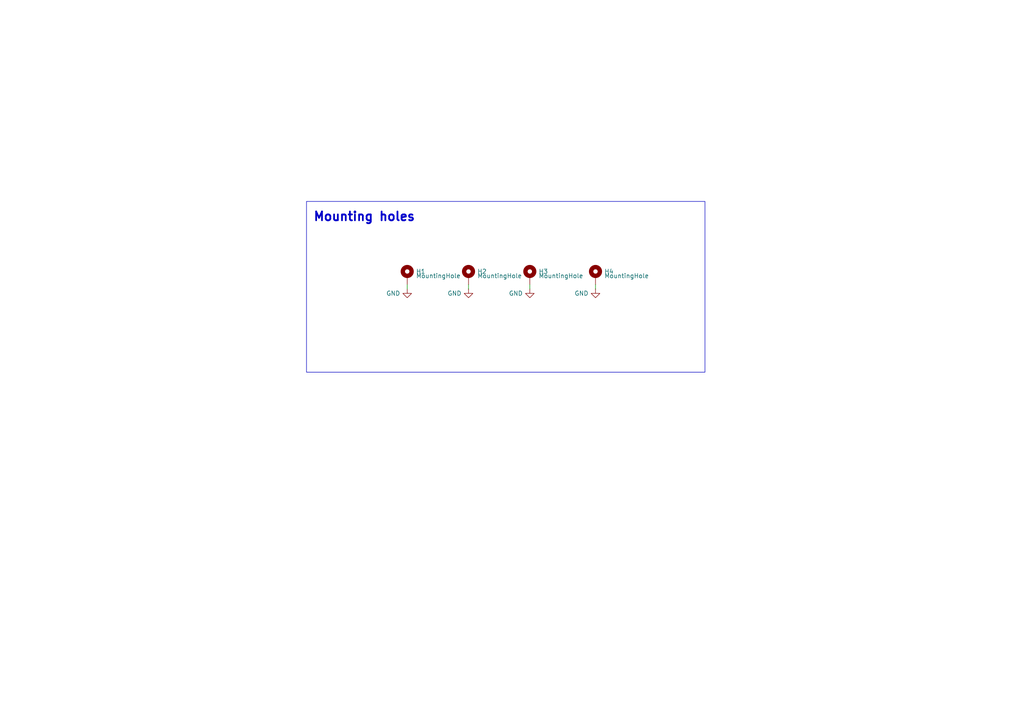
<source format=kicad_sch>
(kicad_sch (version 20231120) (generator "eeschema") (generator_version "8.0")
  (paper "A4")
  (lib_symbols
    (symbol "Mechanical:MountingHole_Pad" (pin_numbers hide) (pin_names (offset 1.016) hide) (exclude_from_sim yes) (in_bom no)
      (property "Reference" "H" (at 0 6.35 0))
      (property "Value" "MountingHole_Pad" (at 0 4.445 0))
      (symbol "MountingHole_Pad_0_1"
        (circle (center 0 1.27) (radius 1.27) (stroke (width 1.27)))
      )
      (symbol "MountingHole_Pad_1_1"
        (pin input line (at 0 -2.54 90) (length 2.54) (name "1") (number "1"))
      )
    )
    (symbol "power:GND" (power) (pin_numbers hide) (pin_names (offset 0) hide)
      (property "Value" "GND" (at 0 -3.81 0))
      (symbol "GND_0_1"
        (polyline (pts (xy 0 0) (xy 0 -1.27) (xy 1.27 -1.27) (xy 0 -2.54) (xy -1.27 -1.27) (xy 0 -1.27)))
      )
      (symbol "GND_1_1"
        (pin power_in line (at 0 0 270) (length 0) (name "~") (number "1"))
      )
    )
  )
  (wire (pts (xy 135.89 82.55) (xy 135.89 83.82)))
  (wire (pts (xy 172.72 82.55) (xy 172.72 83.82)))
  (wire (pts (xy 153.67 82.55) (xy 153.67 83.82)))
  (wire (pts (xy 118.11 82.55) (xy 118.11 83.82)))
  (rectangle (start 88.9 58.42) (end 204.47 107.95))
  (text "Mounting holes" (at 105.664 62.992 0) (effects (font (size 2.54 2.54) (thickness 0.508) (bold yes))))
  (symbol (lib_id "Mechanical:MountingHole_Pad") (at 172.72 80.01 0) (unit 1) (in_bom no)
    (property "Reference" "H4" (at 175.26 78.74 0) (effects (justify left)))
    (property "Value" "MountingHole" (at 175.26 80.01 0) (effects (justify left)))
    (property "Footprint" "MountingHole:MountingHole_2.7mm_M2.5_DIN965_Pad" (effects (hide yes)))
    (property "Description" "Mounting Hole with connection" (effects (hide yes)))
    (property "DNP" "1" (effects (hide yes)))
  )
  (symbol (lib_id "power:GND") (at 153.67 83.82 0) (unit 1)
    (property "Reference" "#PWR08" (effects (hide yes)))
    (property "Value" "GND" (at 149.606 85.09 0))
    (property "Description" "Power symbol creates a global label with name \"GND\" , ground" (effects (hide yes)))
  )
  (symbol (lib_id "power:GND") (at 135.89 83.82 0) (unit 1)
    (property "Reference" "#PWR07" (effects (hide yes)))
    (property "Value" "GND" (at 131.826 85.09 0))
    (property "Description" "Power symbol creates a global label with name \"GND\" , ground" (effects (hide yes)))
  )
  (symbol (lib_id "power:GND") (at 118.11 83.82 0) (unit 1)
    (property "Reference" "#PWR05" (effects (hide yes)))
    (property "Value" "GND" (at 114.046 85.09 0))
    (property "Description" "Power symbol creates a global label with name \"GND\" , ground" (effects (hide yes)))
  )
  (symbol (lib_id "Mechanical:MountingHole_Pad") (at 153.67 80.01 0) (unit 1) (in_bom no)
    (property "Reference" "H3" (at 156.21 78.74 0) (effects (justify left)))
    (property "Value" "MountingHole" (at 156.21 80.01 0) (effects (justify left)))
    (property "Footprint" "MountingHole:MountingHole_2.7mm_M2.5_DIN965_Pad" (effects (hide yes)))
    (property "Description" "Mounting Hole with connection" (effects (hide yes)))
    (property "DNP" "1" (effects (hide yes)))
  )
  (symbol (lib_id "power:GND") (at 172.72 83.82 0) (unit 1)
    (property "Reference" "#PWR013" (effects (hide yes)))
    (property "Value" "GND" (at 168.656 85.09 0))
    (property "Description" "Power symbol creates a global label with name \"GND\" , ground" (effects (hide yes)))
  )
  (symbol (lib_id "Mechanical:MountingHole_Pad") (at 118.11 80.01 0) (unit 1) (in_bom no)
    (property "Reference" "H1" (at 120.65 78.74 0) (effects (justify left)))
    (property "Value" "MountingHole" (at 120.65 80.01 0) (effects (justify left)))
    (property "Footprint" "MountingHole:MountingHole_2.7mm_M2.5_DIN965_Pad" (effects (hide yes)))
    (property "Description" "Mounting Hole with connection" (effects (hide yes)))
    (property "DNP" "1" (effects (hide yes)))
  )
  (symbol (lib_id "Mechanical:MountingHole_Pad") (at 135.89 80.01 0) (unit 1)
    (property "Reference" "H2" (at 138.43 78.74 0) (effects (justify left)))
    (property "Value" "MountingHole" (at 138.43 80.01 0) (effects (justify left)))
    (property "Footprint" "MountingHole:MountingHole_2.7mm_M2.5_DIN965_Pad" (effects (hide yes)))
    (property "Description" "Mounting Hole with connection" (effects (hide yes)))
    (property "DNP" "1" (effects (hide yes)))
  )
)
</source>
